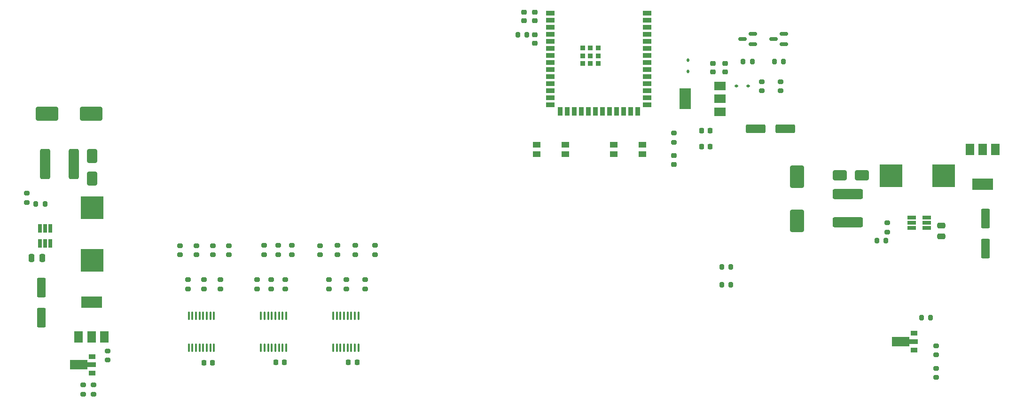
<source format=gtp>
G04 #@! TF.GenerationSoftware,KiCad,Pcbnew,7.0.9*
G04 #@! TF.CreationDate,2023-12-07T14:07:32+01:00*
G04 #@! TF.ProjectId,ESP32-S3_flipdot,45535033-322d-4533-935f-666c6970646f,rev?*
G04 #@! TF.SameCoordinates,Original*
G04 #@! TF.FileFunction,Paste,Top*
G04 #@! TF.FilePolarity,Positive*
%FSLAX46Y46*%
G04 Gerber Fmt 4.6, Leading zero omitted, Abs format (unit mm)*
G04 Created by KiCad (PCBNEW 7.0.9) date 2023-12-07 14:07:32*
%MOMM*%
%LPD*%
G01*
G04 APERTURE LIST*
G04 Aperture macros list*
%AMRoundRect*
0 Rectangle with rounded corners*
0 $1 Rounding radius*
0 $2 $3 $4 $5 $6 $7 $8 $9 X,Y pos of 4 corners*
0 Add a 4 corners polygon primitive as box body*
4,1,4,$2,$3,$4,$5,$6,$7,$8,$9,$2,$3,0*
0 Add four circle primitives for the rounded corners*
1,1,$1+$1,$2,$3*
1,1,$1+$1,$4,$5*
1,1,$1+$1,$6,$7*
1,1,$1+$1,$8,$9*
0 Add four rect primitives between the rounded corners*
20,1,$1+$1,$2,$3,$4,$5,0*
20,1,$1+$1,$4,$5,$6,$7,0*
20,1,$1+$1,$6,$7,$8,$9,0*
20,1,$1+$1,$8,$9,$2,$3,0*%
%AMFreePoly0*
4,1,9,3.862500,-0.866500,0.737500,-0.866500,0.737500,-0.450000,-0.737500,-0.450000,-0.737500,0.450000,0.737500,0.450000,0.737500,0.866500,3.862500,0.866500,3.862500,-0.866500,3.862500,-0.866500,$1*%
G04 Aperture macros list end*
%ADD10RoundRect,0.225000X-0.250000X0.225000X-0.250000X-0.225000X0.250000X-0.225000X0.250000X0.225000X0*%
%ADD11RoundRect,0.250000X0.650000X2.450000X-0.650000X2.450000X-0.650000X-2.450000X0.650000X-2.450000X0*%
%ADD12RoundRect,0.200000X0.275000X-0.200000X0.275000X0.200000X-0.275000X0.200000X-0.275000X-0.200000X0*%
%ADD13R,2.000000X1.500000*%
%ADD14R,2.000000X3.800000*%
%ADD15RoundRect,0.225000X0.250000X-0.225000X0.250000X0.225000X-0.250000X0.225000X-0.250000X-0.225000X0*%
%ADD16RoundRect,0.250000X0.250000X0.475000X-0.250000X0.475000X-0.250000X-0.475000X0.250000X-0.475000X0*%
%ADD17RoundRect,0.200000X0.200000X0.275000X-0.200000X0.275000X-0.200000X-0.275000X0.200000X-0.275000X0*%
%ADD18RoundRect,0.250000X-0.650000X1.000000X-0.650000X-1.000000X0.650000X-1.000000X0.650000X1.000000X0*%
%ADD19RoundRect,0.200000X-0.200000X-0.275000X0.200000X-0.275000X0.200000X0.275000X-0.200000X0.275000X0*%
%ADD20RoundRect,0.100000X-0.100000X0.637500X-0.100000X-0.637500X0.100000X-0.637500X0.100000X0.637500X0*%
%ADD21RoundRect,0.200000X-0.275000X0.200000X-0.275000X-0.200000X0.275000X-0.200000X0.275000X0.200000X0*%
%ADD22RoundRect,0.225000X0.225000X0.250000X-0.225000X0.250000X-0.225000X-0.250000X0.225000X-0.250000X0*%
%ADD23R,4.100000X4.100000*%
%ADD24RoundRect,0.250000X-0.475000X0.250000X-0.475000X-0.250000X0.475000X-0.250000X0.475000X0.250000X0*%
%ADD25RoundRect,0.225000X-0.225000X-0.250000X0.225000X-0.250000X0.225000X0.250000X-0.225000X0.250000X0*%
%ADD26RoundRect,0.112500X-0.187500X-0.112500X0.187500X-0.112500X0.187500X0.112500X-0.187500X0.112500X0*%
%ADD27R,1.500000X0.900000*%
%ADD28R,0.900000X1.500000*%
%ADD29R,0.900000X0.900000*%
%ADD30RoundRect,0.250000X0.550000X-1.500000X0.550000X1.500000X-0.550000X1.500000X-0.550000X-1.500000X0*%
%ADD31RoundRect,0.250000X-0.550000X1.500000X-0.550000X-1.500000X0.550000X-1.500000X0.550000X1.500000X0*%
%ADD32RoundRect,0.250000X-1.000000X-0.650000X1.000000X-0.650000X1.000000X0.650000X-1.000000X0.650000X0*%
%ADD33R,1.500000X2.000000*%
%ADD34R,3.800000X2.000000*%
%ADD35RoundRect,0.112500X0.112500X-0.187500X0.112500X0.187500X-0.112500X0.187500X-0.112500X-0.187500X0*%
%ADD36RoundRect,0.150000X0.587500X0.150000X-0.587500X0.150000X-0.587500X-0.150000X0.587500X-0.150000X0*%
%ADD37RoundRect,0.250000X1.750000X1.000000X-1.750000X1.000000X-1.750000X-1.000000X1.750000X-1.000000X0*%
%ADD38RoundRect,0.250000X-2.450000X0.650000X-2.450000X-0.650000X2.450000X-0.650000X2.450000X0.650000X0*%
%ADD39RoundRect,0.250000X-1.000000X1.750000X-1.000000X-1.750000X1.000000X-1.750000X1.000000X1.750000X0*%
%ADD40R,1.450000X1.000000*%
%ADD41R,1.300000X0.900000*%
%ADD42FreePoly0,180.000000*%
%ADD43R,1.560000X0.650000*%
%ADD44RoundRect,0.218750X0.256250X-0.218750X0.256250X0.218750X-0.256250X0.218750X-0.256250X-0.218750X0*%
%ADD45R,0.650000X1.560000*%
%ADD46RoundRect,0.250000X1.500000X0.550000X-1.500000X0.550000X-1.500000X-0.550000X1.500000X-0.550000X0*%
G04 APERTURE END LIST*
D10*
X145360000Y-57170000D03*
X145360000Y-58720000D03*
D11*
X62240000Y-80480000D03*
X57140000Y-80480000D03*
D12*
X97800000Y-102930000D03*
X97800000Y-101280000D03*
D13*
X178700000Y-71000000D03*
X178700000Y-68700000D03*
X178700000Y-66400000D03*
D14*
X172400000Y-68700000D03*
D15*
X177400000Y-63837500D03*
X177400000Y-62287500D03*
D16*
X56560000Y-97370000D03*
X54660000Y-97370000D03*
D17*
X180665000Y-98970000D03*
X179015000Y-98970000D03*
D18*
X65590000Y-79040000D03*
X65590000Y-83040000D03*
D19*
X142240000Y-57190000D03*
X143890000Y-57190000D03*
D20*
X87520000Y-107800000D03*
X86870000Y-107800000D03*
X86220000Y-107800000D03*
X85570000Y-107800000D03*
X84920000Y-107800000D03*
X84270000Y-107800000D03*
X83620000Y-107800000D03*
X82970000Y-107800000D03*
X82970000Y-113525000D03*
X83620000Y-113525000D03*
X84270000Y-113525000D03*
X84920000Y-113525000D03*
X85570000Y-113525000D03*
X86220000Y-113525000D03*
X86870000Y-113525000D03*
X87520000Y-113525000D03*
D15*
X145300000Y-54612500D03*
X145300000Y-53062500D03*
D21*
X170400000Y-74880000D03*
X170400000Y-76530000D03*
D22*
X113280000Y-116205000D03*
X111730000Y-116205000D03*
D21*
X53840000Y-85730000D03*
X53840000Y-87380000D03*
D20*
X113555000Y-107800000D03*
X112905000Y-107800000D03*
X112255000Y-107800000D03*
X111605000Y-107800000D03*
X110955000Y-107800000D03*
X110305000Y-107800000D03*
X109655000Y-107800000D03*
X109005000Y-107800000D03*
X109005000Y-113525000D03*
X109655000Y-113525000D03*
X110305000Y-113525000D03*
X110955000Y-113525000D03*
X111605000Y-113525000D03*
X112255000Y-113525000D03*
X112905000Y-113525000D03*
X113555000Y-113525000D03*
D23*
X65570000Y-97780000D03*
X65570000Y-88280000D03*
D12*
X217660000Y-118900000D03*
X217660000Y-117250000D03*
D21*
X189600000Y-65587500D03*
X189600000Y-67237500D03*
D12*
X95280000Y-102945000D03*
X95280000Y-101295000D03*
D24*
X218570000Y-91540000D03*
X218570000Y-93440000D03*
D15*
X143400000Y-54612500D03*
X143400000Y-53062500D03*
D21*
X96595000Y-95110000D03*
X96595000Y-96760000D03*
D22*
X87270000Y-116225000D03*
X85720000Y-116225000D03*
D12*
X100360000Y-102930000D03*
X100360000Y-101280000D03*
D25*
X175362500Y-74400000D03*
X176912500Y-74400000D03*
D21*
X106605000Y-95140000D03*
X106605000Y-96790000D03*
D12*
X82800000Y-102950000D03*
X82800000Y-101300000D03*
D26*
X181625000Y-66375000D03*
X183725000Y-66375000D03*
D21*
X101555000Y-95110000D03*
X101555000Y-96760000D03*
D27*
X148100000Y-53230000D03*
X148100000Y-54500000D03*
X148100000Y-55770000D03*
X148100000Y-57040000D03*
X148100000Y-58310000D03*
X148100000Y-59580000D03*
X148100000Y-60850000D03*
X148100000Y-62120000D03*
X148100000Y-63390000D03*
X148100000Y-64660000D03*
X148100000Y-65930000D03*
X148100000Y-67200000D03*
X148100000Y-68470000D03*
X148100000Y-69740000D03*
D28*
X149865000Y-70990000D03*
X151135000Y-70990000D03*
X152405000Y-70990000D03*
X153675000Y-70990000D03*
X154945000Y-70990000D03*
X156215000Y-70990000D03*
X157485000Y-70990000D03*
X158755000Y-70990000D03*
X160025000Y-70990000D03*
X161295000Y-70990000D03*
X162565000Y-70990000D03*
X163835000Y-70990000D03*
D27*
X165600000Y-69740000D03*
X165600000Y-68470000D03*
X165600000Y-67200000D03*
X165600000Y-65930000D03*
X165600000Y-64660000D03*
X165600000Y-63390000D03*
X165600000Y-62120000D03*
X165600000Y-60850000D03*
X165600000Y-59580000D03*
X165600000Y-58310000D03*
X165600000Y-57040000D03*
X165600000Y-55770000D03*
X165600000Y-54500000D03*
X165600000Y-53230000D03*
D29*
X153950000Y-59550000D03*
X153950000Y-60950000D03*
X153950000Y-62350000D03*
X155350000Y-59550000D03*
X155350000Y-60950000D03*
X155350000Y-62350000D03*
X156750000Y-59550000D03*
X156750000Y-60950000D03*
X156750000Y-62350000D03*
D30*
X56400000Y-108100000D03*
X56400000Y-102700000D03*
D21*
X116520000Y-95090000D03*
X116520000Y-96740000D03*
X68350000Y-114125000D03*
X68350000Y-115775000D03*
D31*
X226500000Y-90300000D03*
X226500000Y-95700000D03*
D12*
X65850000Y-121900000D03*
X65850000Y-120250000D03*
D21*
X109770000Y-95105000D03*
X109770000Y-96755000D03*
D32*
X200240000Y-82510000D03*
X204240000Y-82510000D03*
D21*
X87325000Y-95150000D03*
X87325000Y-96800000D03*
D12*
X208800000Y-92685000D03*
X208800000Y-91035000D03*
D22*
X100200000Y-116207500D03*
X98650000Y-116207500D03*
D12*
X112970000Y-96745000D03*
X112970000Y-95095000D03*
D21*
X84375000Y-95140000D03*
X84375000Y-96790000D03*
D33*
X63150000Y-111600000D03*
X65450000Y-111600000D03*
D34*
X65450000Y-105300000D03*
D33*
X67750000Y-111600000D03*
D19*
X55415000Y-87600000D03*
X57065000Y-87600000D03*
D35*
X172900000Y-63800000D03*
X172900000Y-61700000D03*
D12*
X111360000Y-102925000D03*
X111360000Y-101275000D03*
D21*
X99105000Y-95110000D03*
X99105000Y-96760000D03*
D17*
X180640000Y-102170000D03*
X178990000Y-102170000D03*
D36*
X184650000Y-58850000D03*
X184650000Y-56950000D03*
X182775000Y-57900000D03*
D25*
X175387500Y-77300000D03*
X176937500Y-77300000D03*
D37*
X65400000Y-71400000D03*
X57400000Y-71400000D03*
D38*
X201680000Y-85860000D03*
X201680000Y-90960000D03*
D12*
X63950000Y-121900000D03*
X63950000Y-120250000D03*
D39*
X192600000Y-82700000D03*
X192600000Y-90700000D03*
D40*
X150800000Y-78650000D03*
X145650000Y-78650000D03*
X150800000Y-76950000D03*
X145650000Y-76950000D03*
D41*
X213650000Y-113950000D03*
D42*
X213562500Y-112450000D03*
D41*
X213650000Y-110950000D03*
D19*
X215000000Y-108150000D03*
X216650000Y-108150000D03*
D33*
X228300000Y-77780000D03*
X226000000Y-77780000D03*
D34*
X226000000Y-84080000D03*
D33*
X223700000Y-77780000D03*
D15*
X179600000Y-63837500D03*
X179600000Y-62287500D03*
D40*
X164700000Y-78700000D03*
X159550000Y-78700000D03*
X164700000Y-77000000D03*
X159550000Y-77000000D03*
D21*
X114790000Y-101275000D03*
X114790000Y-102925000D03*
D43*
X213257500Y-90070000D03*
X213257500Y-91020000D03*
X213257500Y-91970000D03*
X215957500Y-91970000D03*
X215957500Y-91020000D03*
X215957500Y-90070000D03*
D12*
X108200000Y-102925000D03*
X108200000Y-101275000D03*
D21*
X90225000Y-95140000D03*
X90225000Y-96790000D03*
D19*
X188462500Y-62000000D03*
X190112500Y-62000000D03*
D21*
X186200000Y-65587500D03*
X186200000Y-67237500D03*
D19*
X206930000Y-94260000D03*
X208580000Y-94260000D03*
D44*
X170375000Y-80530000D03*
X170375000Y-78955000D03*
D21*
X81415000Y-95130000D03*
X81415000Y-96780000D03*
D20*
X100537500Y-107800000D03*
X99887500Y-107800000D03*
X99237500Y-107800000D03*
X98587500Y-107800000D03*
X97937500Y-107800000D03*
X97287500Y-107800000D03*
X96637500Y-107800000D03*
X95987500Y-107800000D03*
X95987500Y-113525000D03*
X96637500Y-113525000D03*
X97287500Y-113525000D03*
X97937500Y-113525000D03*
X98587500Y-113525000D03*
X99237500Y-113525000D03*
X99887500Y-113525000D03*
X100537500Y-113525000D03*
D41*
X65580000Y-118130000D03*
D42*
X65492500Y-116630000D03*
D41*
X65580000Y-115130000D03*
D12*
X217660000Y-114840000D03*
X217660000Y-113190000D03*
D45*
X58030000Y-92057500D03*
X57080000Y-92057500D03*
X56130000Y-92057500D03*
X56130000Y-94757500D03*
X57080000Y-94757500D03*
X58030000Y-94757500D03*
D12*
X88700000Y-102950000D03*
X88700000Y-101300000D03*
D17*
X184500000Y-62000000D03*
X182850000Y-62000000D03*
D12*
X85725000Y-102950000D03*
X85725000Y-101300000D03*
D23*
X218980000Y-82530000D03*
X209480000Y-82530000D03*
D36*
X190175000Y-58850000D03*
X190175000Y-56950000D03*
X188300000Y-57900000D03*
D46*
X190475000Y-74100000D03*
X185075000Y-74100000D03*
M02*

</source>
